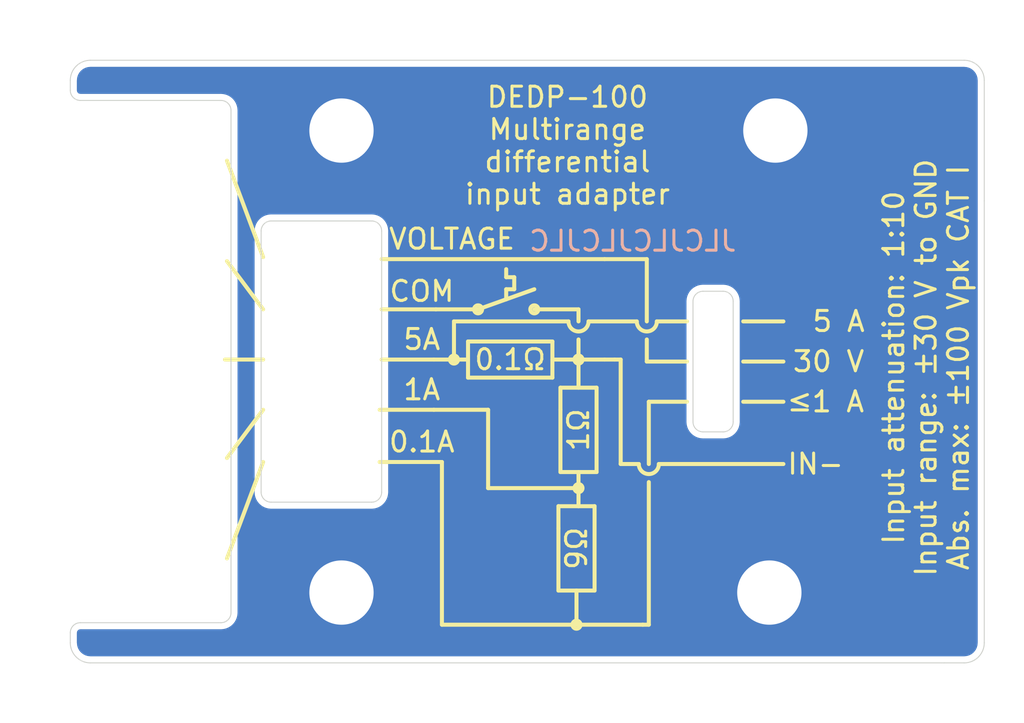
<source format=kicad_pcb>
(kicad_pcb (version 20171130) (host pcbnew 5.1.9-73d0e3b20d~88~ubuntu20.04.1)

  (general
    (thickness 1)
    (drawings 130)
    (tracks 0)
    (zones 0)
    (modules 4)
    (nets 2)
  )

  (page A4)
  (layers
    (0 F.Cu signal)
    (31 B.Cu signal)
    (32 B.Adhes user)
    (33 F.Adhes user)
    (34 B.Paste user)
    (35 F.Paste user)
    (36 B.SilkS user)
    (37 F.SilkS user)
    (38 B.Mask user)
    (39 F.Mask user)
    (40 Dwgs.User user)
    (41 Cmts.User user)
    (42 Eco1.User user)
    (43 Eco2.User user)
    (44 Edge.Cuts user)
    (45 Margin user)
    (46 B.CrtYd user)
    (47 F.CrtYd user)
    (48 B.Fab user)
    (49 F.Fab user)
  )

  (setup
    (last_trace_width 0.25)
    (user_trace_width 0.3)
    (user_trace_width 0.4)
    (user_trace_width 0.5)
    (user_trace_width 1)
    (user_trace_width 2)
    (user_trace_width 3)
    (user_trace_width 4)
    (user_trace_width 5)
    (trace_clearance 0.2)
    (zone_clearance 0.3)
    (zone_45_only no)
    (trace_min 0.2)
    (via_size 0.8)
    (via_drill 0.4)
    (via_min_size 0.4)
    (via_min_drill 0.3)
    (uvia_size 0.3)
    (uvia_drill 0.1)
    (uvias_allowed no)
    (uvia_min_size 0.2)
    (uvia_min_drill 0.1)
    (edge_width 0.05)
    (segment_width 0.2)
    (pcb_text_width 0.3)
    (pcb_text_size 1.5 1.5)
    (mod_edge_width 0.2)
    (mod_text_size 1 1)
    (mod_text_width 0.15)
    (pad_size 1.524 1.524)
    (pad_drill 0.762)
    (pad_to_mask_clearance 0)
    (aux_axis_origin 0 0)
    (visible_elements FFFFFF7F)
    (pcbplotparams
      (layerselection 0x010fc_ffffffff)
      (usegerberextensions false)
      (usegerberattributes true)
      (usegerberadvancedattributes true)
      (creategerberjobfile true)
      (excludeedgelayer true)
      (linewidth 0.100000)
      (plotframeref false)
      (viasonmask false)
      (mode 1)
      (useauxorigin false)
      (hpglpennumber 1)
      (hpglpenspeed 20)
      (hpglpendiameter 15.000000)
      (psnegative false)
      (psa4output false)
      (plotreference true)
      (plotvalue true)
      (plotinvisibletext false)
      (padsonsilk false)
      (subtractmaskfromsilk false)
      (outputformat 1)
      (mirror false)
      (drillshape 1)
      (scaleselection 1)
      (outputdirectory ""))
  )

  (net 0 "")
  (net 1 GND)

  (net_class Default "This is the default net class."
    (clearance 0.2)
    (trace_width 0.25)
    (via_dia 0.8)
    (via_drill 0.4)
    (uvia_dia 0.3)
    (uvia_drill 0.1)
    (add_net GND)
  )

  (module MountingHole:MountingHole_3.2mm_M3_ISO14580_Pad (layer F.Cu) (tedit 56D1B4CB) (tstamp 611CAA3E)
    (at 107.3 114.5)
    (descr "Mounting Hole 3.2mm, M3, ISO14580")
    (tags "mounting hole 3.2mm m3 iso14580")
    (path /61277A49)
    (attr virtual)
    (fp_text reference H4 (at 0 -3.75) (layer F.SilkS) hide
      (effects (font (size 0.8 0.8) (thickness 0.15)))
    )
    (fp_text value M3 (at 0 3.75) (layer F.Fab)
      (effects (font (size 1 1) (thickness 0.15)))
    )
    (fp_circle (center 0 0) (end 3 0) (layer F.CrtYd) (width 0.05))
    (fp_circle (center 0 0) (end 2.75 0) (layer Cmts.User) (width 0.15))
    (fp_text user %R (at 0.3 0) (layer F.Fab)
      (effects (font (size 0.8 0.8) (thickness 0.15)))
    )
    (pad 1 thru_hole circle (at 0 0) (size 5.5 5.5) (drill 3.2) (layers *.Cu *.Mask)
      (net 1 GND))
  )

  (module MountingHole:MountingHole_3.2mm_M3_ISO14580_Pad (layer F.Cu) (tedit 56D1B4CB) (tstamp 611CAA36)
    (at 107.6 91.5)
    (descr "Mounting Hole 3.2mm, M3, ISO14580")
    (tags "mounting hole 3.2mm m3 iso14580")
    (path /61277765)
    (attr virtual)
    (fp_text reference H3 (at 0 -3.75) (layer F.SilkS) hide
      (effects (font (size 0.8 0.8) (thickness 0.15)))
    )
    (fp_text value M3 (at 0 3.75) (layer F.Fab)
      (effects (font (size 1 1) (thickness 0.15)))
    )
    (fp_circle (center 0 0) (end 3 0) (layer F.CrtYd) (width 0.05))
    (fp_circle (center 0 0) (end 2.75 0) (layer Cmts.User) (width 0.15))
    (fp_text user %R (at 0.3 0) (layer F.Fab)
      (effects (font (size 0.8 0.8) (thickness 0.15)))
    )
    (pad 1 thru_hole circle (at 0 0) (size 5.5 5.5) (drill 3.2) (layers *.Cu *.Mask)
      (net 1 GND))
  )

  (module MountingHole:MountingHole_3.2mm_M3_ISO14580_Pad (layer F.Cu) (tedit 56D1B4CB) (tstamp 611CAA2E)
    (at 86 114.5)
    (descr "Mounting Hole 3.2mm, M3, ISO14580")
    (tags "mounting hole 3.2mm m3 iso14580")
    (path /6127756A)
    (attr virtual)
    (fp_text reference H2 (at 0 -3.75) (layer F.SilkS) hide
      (effects (font (size 0.8 0.8) (thickness 0.15)))
    )
    (fp_text value M3 (at 0 3.75) (layer F.Fab)
      (effects (font (size 1 1) (thickness 0.15)))
    )
    (fp_circle (center 0 0) (end 3 0) (layer F.CrtYd) (width 0.05))
    (fp_circle (center 0 0) (end 2.75 0) (layer Cmts.User) (width 0.15))
    (fp_text user %R (at 0.3 0) (layer F.Fab)
      (effects (font (size 0.8 0.8) (thickness 0.15)))
    )
    (pad 1 thru_hole circle (at 0 0) (size 5.5 5.5) (drill 3.2) (layers *.Cu *.Mask)
      (net 1 GND))
  )

  (module MountingHole:MountingHole_3.2mm_M3_ISO14580_Pad (layer F.Cu) (tedit 56D1B4CB) (tstamp 611CAA26)
    (at 86 91.5)
    (descr "Mounting Hole 3.2mm, M3, ISO14580")
    (tags "mounting hole 3.2mm m3 iso14580")
    (path /6127712C)
    (attr virtual)
    (fp_text reference H1 (at 0 -3.75) (layer F.SilkS) hide
      (effects (font (size 0.8 0.8) (thickness 0.15)))
    )
    (fp_text value M3 (at 0 3.75) (layer F.Fab)
      (effects (font (size 1 1) (thickness 0.15)))
    )
    (fp_circle (center 0 0) (end 3 0) (layer F.CrtYd) (width 0.05))
    (fp_circle (center 0 0) (end 2.75 0) (layer Cmts.User) (width 0.15))
    (fp_text user %R (at 0.3 0) (layer F.Fab)
      (effects (font (size 0.8 0.8) (thickness 0.15)))
    )
    (pad 1 thru_hole circle (at 0 0) (size 5.5 5.5) (drill 3.2) (layers *.Cu *.Mask)
      (net 1 GND))
  )

  (gr_text JLCJLCJLCJLC (at 100.5 97) (layer B.SilkS)
    (effects (font (size 1 1) (thickness 0.15)) (justify mirror))
  )
  (gr_line (start 101.3 109) (end 101.3 116.1) (layer F.SilkS) (width 0.2) (tstamp 611F9A51))
  (gr_line (start 101.3 105) (end 101.3 108.1) (layer F.SilkS) (width 0.2) (tstamp 611F9A50))
  (gr_line (start 101.2 101) (end 101.2 97.9) (layer F.SilkS) (width 0.2) (tstamp 611F9A4E))
  (gr_line (start 101.2 103) (end 101.2 101.9) (layer F.SilkS) (width 0.2))
  (gr_line (start 97.8 101.9) (end 97.8 102.9) (layer F.SilkS) (width 0.2) (tstamp 611F9A4C))
  (gr_line (start 97.8 101) (end 97.8 100.4) (layer F.SilkS) (width 0.2) (tstamp 611F9A4B))
  (gr_text IN- (at 109.6 108.1) (layer F.SilkS)
    (effects (font (size 1 1) (thickness 0.15)))
  )
  (gr_line (start 101.8 108.1) (end 108 108.1) (layer F.SilkS) (width 0.2) (tstamp 611F9A31))
  (gr_line (start 99.9 108.1) (end 100.8 108.1) (layer F.SilkS) (width 0.2) (tstamp 611F9A2B))
  (gr_line (start 99.9 102.9) (end 99.9 108.1) (layer F.SilkS) (width 0.2))
  (gr_line (start 99.6 102.9) (end 99.9 102.9) (layer F.SilkS) (width 0.2))
  (gr_arc (start 101.3 108.1) (end 100.8 108.1) (angle -180) (layer F.SilkS) (width 0.2) (tstamp 611F9A29))
  (gr_line (start 99.1 102.9) (end 99.6 102.9) (layer F.SilkS) (width 0.2))
  (gr_line (start 97.8 102.9) (end 99.1 102.9) (layer F.SilkS) (width 0.2))
  (gr_text "Input attenuation: 1:10\nInput range: ±30 V to GND\nAbs. max: ±100 Vpk CAT I" (at 115.1 103.3 90) (layer F.SilkS)
    (effects (font (size 1 1) (thickness 0.15)))
  )
  (gr_text "DEDP-100\nMultirange\ndifferential\ninput adapter" (at 97.25 92.25) (layer F.SilkS) (tstamp 611F9A76)
    (effects (font (size 1 1) (thickness 0.15)))
  )
  (gr_circle (center 97.7 116.1) (end 97.9 116.1) (layer F.SilkS) (width 0.2) (tstamp 611F9886))
  (gr_circle (center 91.6 102.9) (end 91.8 102.9) (layer F.SilkS) (width 0.2) (tstamp 611F984B))
  (gr_line (start 98.3 101) (end 100.7 101) (layer F.SilkS) (width 0.2) (tstamp 611F9849))
  (gr_line (start 91.6 101.3) (end 91.6 101) (layer F.SilkS) (width 0.2) (tstamp 611F9848))
  (gr_line (start 101.7 101) (end 103.2 101) (layer F.SilkS) (width 0.2))
  (gr_arc (start 101.2 101) (end 100.7 101) (angle -180) (layer F.SilkS) (width 0.2) (tstamp 611F97F6))
  (gr_arc (start 97.8 101) (end 97.3 101) (angle -180) (layer F.SilkS) (width 0.2))
  (gr_line (start 91.6 101) (end 97.3 101) (layer F.SilkS) (width 0.2))
  (gr_line (start 91.6 102.9) (end 91.6 101.3) (layer F.SilkS) (width 0.2))
  (gr_line (start 101.3 105) (end 103.2 105) (layer F.SilkS) (width 0.2))
  (gr_line (start 101.3 116.1) (end 101 116.1) (layer F.SilkS) (width 0.2) (tstamp 611F97F4))
  (gr_line (start 97.7 116.1) (end 101 116.1) (layer F.SilkS) (width 0.2))
  (gr_circle (center 97.8 109.3) (end 98 109.3) (layer F.SilkS) (width 0.2) (tstamp 611F97F2))
  (gr_line (start 93.3 109.3) (end 97.8 109.3) (layer F.SilkS) (width 0.2))
  (gr_line (start 93.3 105.4) (end 93.3 109.3) (layer F.SilkS) (width 0.2))
  (gr_line (start 90.6 105.4) (end 93.3 105.4) (layer F.SilkS) (width 0.2))
  (gr_line (start 91 108) (end 90.6 108) (layer F.SilkS) (width 0.2) (tstamp 611F97E7))
  (gr_line (start 91 116.1) (end 91 108) (layer F.SilkS) (width 0.2))
  (gr_line (start 97.7 116.1) (end 91 116.1) (layer F.SilkS) (width 0.2))
  (gr_line (start 101.2 103) (end 103.2 103) (layer F.SilkS) (width 0.2))
  (gr_line (start 99.1 97.9) (end 101.2 97.9) (layer F.SilkS) (width 0.2))
  (gr_line (start 88 97.9) (end 99.1 97.9) (layer F.SilkS) (width 0.2))
  (gr_line (start 90.6 108) (end 87.9 108) (layer F.SilkS) (width 0.2))
  (gr_line (start 90.6 105.4) (end 87.9 105.4) (layer F.SilkS) (width 0.2))
  (gr_line (start 90.6 102.9) (end 88 102.9) (layer F.SilkS) (width 0.2))
  (gr_line (start 90.7 100.4) (end 88 100.4) (layer F.SilkS) (width 0.2))
  (gr_text VOLTAGE (at 91.5 96.9) (layer F.SilkS)
    (effects (font (size 1 1) (thickness 0.15)))
  )
  (gr_line (start 94.2 98.8) (end 94.2 98.4) (layer F.SilkS) (width 0.2))
  (gr_line (start 94.6 98.8) (end 94.2 98.8) (layer F.SilkS) (width 0.2))
  (gr_line (start 94.6 99.4) (end 94.6 98.8) (layer F.SilkS) (width 0.2))
  (gr_line (start 94.2 99.4) (end 94.6 99.4) (layer F.SilkS) (width 0.2))
  (gr_line (start 94.2 99.9) (end 94.2 99.4) (layer F.SilkS) (width 0.2))
  (gr_circle (center 92.8 100.4) (end 93 100.4) (layer F.SilkS) (width 0.2) (tstamp 611F9676))
  (gr_circle (center 95.6 100.4) (end 95.8 100.4) (layer F.SilkS) (width 0.2) (tstamp 611F9674))
  (gr_circle (center 97.8 102.9) (end 98 102.9) (layer F.SilkS) (width 0.2))
  (gr_line (start 96.5 102.9) (end 97.8 102.9) (layer F.SilkS) (width 0.2))
  (gr_line (start 97.8 104.3) (end 97.8 103) (layer F.SilkS) (width 0.2))
  (gr_line (start 95.6 100.4) (end 97.8 100.4) (layer F.SilkS) (width 0.2))
  (gr_line (start 92.8 100.4) (end 95.6 99.4) (layer F.SilkS) (width 0.2))
  (gr_line (start 90.7 100.4) (end 92.8 100.4) (layer F.SilkS) (width 0.2))
  (gr_text COM (at 90 99.5) (layer F.SilkS)
    (effects (font (size 1 1) (thickness 0.15)))
  )
  (gr_line (start 90.6 102.9) (end 92.3 102.9) (layer F.SilkS) (width 0.2) (tstamp 611F94C3))
  (gr_line (start 95.4 102) (end 96.5 102) (layer F.SilkS) (width 0.2) (tstamp 611F94C2))
  (gr_line (start 92.3 103.8) (end 92.3 102.9) (layer F.SilkS) (width 0.2) (tstamp 611F94C1))
  (gr_line (start 96.5 102) (end 96.5 103.8) (layer F.SilkS) (width 0.2) (tstamp 611F94BF))
  (gr_line (start 96.5 103.8) (end 92.3 103.8) (layer F.SilkS) (width 0.2) (tstamp 611F94BE))
  (gr_line (start 92.3 102) (end 95.4 102) (layer F.SilkS) (width 0.2) (tstamp 611F94BD))
  (gr_line (start 92.3 102.9) (end 92.3 102) (layer F.SilkS) (width 0.2) (tstamp 611F94BC))
  (gr_text 0.1Ω (at 94.4 102.9) (layer F.SilkS) (tstamp 611F94BB)
    (effects (font (size 1 1) (thickness 0.15)))
  )
  (gr_text 5A (at 90 101.9) (layer F.SilkS) (tstamp 611F94BA)
    (effects (font (size 1 1) (thickness 0.15)))
  )
  (gr_line (start 97.8 110.2) (end 97.8 108.5) (layer F.SilkS) (width 0.2) (tstamp 611F9421))
  (gr_text 1Ω (at 97.8 106.4 90) (layer F.SilkS) (tstamp 611F9420)
    (effects (font (size 1 1) (thickness 0.15)))
  )
  (gr_line (start 98.7 104.3) (end 98.7 108.5) (layer F.SilkS) (width 0.2) (tstamp 611F941F))
  (gr_text 1A (at 90 104.4) (layer F.SilkS) (tstamp 611F941E)
    (effects (font (size 1 1) (thickness 0.15)))
  )
  (gr_line (start 96.9 105.4) (end 96.9 104.3) (layer F.SilkS) (width 0.2) (tstamp 611F941D))
  (gr_line (start 97.8 108.5) (end 96.9 108.5) (layer F.SilkS) (width 0.2) (tstamp 611F941C))
  (gr_line (start 96.9 104.3) (end 98.7 104.3) (layer F.SilkS) (width 0.2) (tstamp 611F941B))
  (gr_line (start 96.9 108.5) (end 96.9 105.4) (layer F.SilkS) (width 0.2) (tstamp 611F941A))
  (gr_line (start 98.7 108.5) (end 97.8 108.5) (layer F.SilkS) (width 0.2) (tstamp 611F9419))
  (gr_text 0.1A (at 90 107) (layer F.SilkS)
    (effects (font (size 1 1) (thickness 0.15)))
  )
  (gr_line (start 98.6 114.4) (end 97.7 114.4) (layer F.SilkS) (width 0.2) (tstamp 611F93B8))
  (gr_line (start 98.6 110.2) (end 98.6 114.4) (layer F.SilkS) (width 0.2) (tstamp 611F9798))
  (gr_line (start 96.8 110.2) (end 98.6 110.2) (layer F.SilkS) (width 0.2))
  (gr_line (start 96.8 111.3) (end 96.8 110.2) (layer F.SilkS) (width 0.2))
  (gr_text 9Ω (at 97.7 112.3 90) (layer F.SilkS)
    (effects (font (size 1 1) (thickness 0.15)))
  )
  (gr_line (start 96.8 114.4) (end 96.8 111.3) (layer F.SilkS) (width 0.2))
  (gr_line (start 97.7 114.4) (end 96.8 114.4) (layer F.SilkS) (width 0.2))
  (gr_line (start 97.7 116.1) (end 97.7 114.4) (layer F.SilkS) (width 0.2))
  (gr_line (start 80.3 98) (end 82.1 100.4) (layer F.SilkS) (width 0.2) (tstamp 611F92CF))
  (gr_line (start 80.3 93) (end 82.1 97.8) (layer F.SilkS) (width 0.2) (tstamp 611F92CE))
  (gr_line (start 80.3 107.8) (end 82.1 105.4) (layer F.SilkS) (width 0.2) (tstamp 611F91B6))
  (gr_line (start 80.3 112.8) (end 82.1 108) (layer F.SilkS) (width 0.2) (tstamp 611F8F81))
  (gr_line (start 82.1 102.9) (end 80.2 102.9) (layer F.SilkS) (width 0.2))
  (gr_line (start 108 105) (end 106 105) (layer F.SilkS) (width 0.2))
  (gr_line (start 108 103) (end 106 103) (layer F.SilkS) (width 0.2))
  (gr_line (start 108 101) (end 106 101) (layer F.SilkS) (width 0.2))
  (gr_text "≤1 A" (at 110.1 105) (layer F.SilkS)
    (effects (font (size 1 1) (thickness 0.15)))
  )
  (gr_text "30 V" (at 110.25 103) (layer F.SilkS) (tstamp 611F8816)
    (effects (font (size 1 1) (thickness 0.15)))
  )
  (gr_text "5 A" (at 110.75 101) (layer F.SilkS)
    (effects (font (size 1 1) (thickness 0.15)))
  )
  (gr_arc (start 105 106) (end 105 106.5) (angle -90) (layer Edge.Cuts) (width 0.05))
  (gr_arc (start 104 106) (end 103.5 106) (angle -90) (layer Edge.Cuts) (width 0.05))
  (gr_arc (start 105 100) (end 105.5 100) (angle -90) (layer Edge.Cuts) (width 0.05))
  (gr_arc (start 104 100) (end 104 99.5) (angle -90) (layer Edge.Cuts) (width 0.05))
  (gr_arc (start 87.5 109.5) (end 87.5 110) (angle -90) (layer Edge.Cuts) (width 0.05))
  (gr_arc (start 82.5 109.5) (end 82 109.5) (angle -90) (layer Edge.Cuts) (width 0.05))
  (gr_arc (start 82.5 96.5) (end 82.5 96) (angle -90) (layer Edge.Cuts) (width 0.05))
  (gr_arc (start 87.5 96.5) (end 88 96.5) (angle -90) (layer Edge.Cuts) (width 0.05))
  (gr_arc (start 80 90.5) (end 80.5 90.5) (angle -90) (layer Edge.Cuts) (width 0.05))
  (gr_arc (start 80 115.5) (end 80 116) (angle -90) (layer Edge.Cuts) (width 0.05))
  (gr_line (start 103.5 100) (end 103.5 106) (layer Edge.Cuts) (width 0.05) (tstamp 611F7FFD))
  (gr_line (start 105 99.5) (end 104 99.5) (layer Edge.Cuts) (width 0.05))
  (gr_line (start 105.5 106) (end 105.5 100) (layer Edge.Cuts) (width 0.05))
  (gr_line (start 104 106.5) (end 105 106.5) (layer Edge.Cuts) (width 0.05))
  (gr_line (start 72.5 89) (end 72.5 89.5) (layer Edge.Cuts) (width 0.05) (tstamp 611F7FFC))
  (gr_line (start 72.5 117) (end 72.5 116.5) (layer Edge.Cuts) (width 0.05) (tstamp 611F7FFB))
  (gr_arc (start 73 116.5) (end 73 116) (angle -90) (layer Edge.Cuts) (width 0.05))
  (gr_arc (start 73 89.5) (end 72.5 89.5) (angle -90) (layer Edge.Cuts) (width 0.05))
  (gr_line (start 80 90) (end 73 90) (layer Edge.Cuts) (width 0.05))
  (gr_line (start 80.5 115.5) (end 80.5 90.5) (layer Edge.Cuts) (width 0.05))
  (gr_line (start 73 116) (end 80 116) (layer Edge.Cuts) (width 0.05))
  (gr_line (start 87.5 110) (end 82.5 110) (layer Edge.Cuts) (width 0.05) (tstamp 611F7FD4))
  (gr_line (start 88 96.5) (end 88 109.5) (layer Edge.Cuts) (width 0.05))
  (gr_line (start 82.5 96) (end 87.5 96) (layer Edge.Cuts) (width 0.05))
  (gr_line (start 82 109.5) (end 82 96.5) (layer Edge.Cuts) (width 0.05))
  (gr_line (start 116 118) (end 117 118) (layer Edge.Cuts) (width 0.05) (tstamp 611CB46B))
  (gr_line (start 118 95) (end 118 117) (layer Edge.Cuts) (width 0.05) (tstamp 611CB44E))
  (gr_line (start 118 89) (end 118 95) (layer Edge.Cuts) (width 0.05))
  (gr_arc (start 117 89) (end 118 89) (angle -90) (layer Edge.Cuts) (width 0.05))
  (gr_arc (start 117 117) (end 117 118) (angle -90) (layer Edge.Cuts) (width 0.05))
  (gr_arc (start 73.5 117) (end 72.5 117) (angle -90) (layer Edge.Cuts) (width 0.05))
  (gr_arc (start 73.5 89) (end 73.5 88) (angle -90) (layer Edge.Cuts) (width 0.05))
  (gr_line (start 73.5 88) (end 117 88) (layer Edge.Cuts) (width 0.05))
  (gr_line (start 73.5 118) (end 116 118) (layer Edge.Cuts) (width 0.05))

  (zone (net 1) (net_name GND) (layer B.Cu) (tstamp 0) (hatch edge 0.508)
    (connect_pads yes (clearance 0.3))
    (min_thickness 0.254)
    (fill yes (arc_segments 32) (thermal_gap 0.508) (thermal_bridge_width 0.508))
    (polygon
      (pts
        (xy 120 121) (xy 69 121) (xy 69 85) (xy 120 85)
      )
    )
    (filled_polygon
      (pts
        (xy 117.106022 88.464563) (xy 117.207999 88.495353) (xy 117.302061 88.545366) (xy 117.384613 88.612694) (xy 117.452515 88.694774)
        (xy 117.503182 88.788481) (xy 117.534684 88.890245) (xy 117.548 89.016939) (xy 117.548001 94.977786) (xy 117.548 94.977796)
        (xy 117.548001 116.977881) (xy 117.535436 117.106023) (xy 117.504648 117.207999) (xy 117.454634 117.302061) (xy 117.387307 117.384612)
        (xy 117.305227 117.452515) (xy 117.21152 117.503182) (xy 117.109755 117.534684) (xy 116.983062 117.548) (xy 73.522109 117.548)
        (xy 73.393977 117.535436) (xy 73.292001 117.504648) (xy 73.197939 117.454634) (xy 73.115388 117.387307) (xy 73.047485 117.305227)
        (xy 72.996818 117.21152) (xy 72.965316 117.109755) (xy 72.952 116.983062) (xy 72.952 116.522106) (xy 72.95504 116.491098)
        (xy 72.957626 116.482532) (xy 72.961823 116.47464) (xy 72.96748 116.467704) (xy 72.974373 116.462002) (xy 72.982239 116.457749)
        (xy 72.990784 116.455103) (xy 73.020312 116.452) (xy 80.022205 116.452) (xy 80.041427 116.450107) (xy 80.044456 116.450128)
        (xy 80.050737 116.449512) (xy 80.147786 116.439312) (xy 80.187917 116.431074) (xy 80.228157 116.423398) (xy 80.234199 116.421574)
        (xy 80.327418 116.392718) (xy 80.365211 116.376831) (xy 80.40317 116.361495) (xy 80.408732 116.358538) (xy 80.40874 116.358534)
        (xy 80.408747 116.358529) (xy 80.49458 116.312119) (xy 80.528526 116.289222) (xy 80.562822 116.266779) (xy 80.567707 116.262794)
        (xy 80.567713 116.26279) (xy 80.567718 116.262785) (xy 80.642901 116.200589) (xy 80.671781 116.171507) (xy 80.701035 116.14286)
        (xy 80.705058 116.137997) (xy 80.705061 116.137994) (xy 80.705063 116.13799) (xy 80.766734 116.062376) (xy 80.789412 116.028243)
        (xy 80.812553 115.994447) (xy 80.815545 115.988911) (xy 80.815552 115.988901) (xy 80.815556 115.988891) (xy 80.861366 115.902734)
        (xy 80.876962 115.864896) (xy 80.893115 115.827208) (xy 80.894981 115.821179) (xy 80.923186 115.727761) (xy 80.931148 115.687552)
        (xy 80.939661 115.647499) (xy 80.940321 115.641223) (xy 80.949843 115.544105) (xy 80.952 115.522205) (xy 80.952 109.522204)
        (xy 81.548 109.522204) (xy 81.549893 109.541426) (xy 81.549872 109.544456) (xy 81.550488 109.550737) (xy 81.560688 109.647786)
        (xy 81.568926 109.687917) (xy 81.576602 109.728157) (xy 81.578426 109.734199) (xy 81.607282 109.827418) (xy 81.623169 109.865211)
        (xy 81.638505 109.90317) (xy 81.641462 109.908732) (xy 81.641466 109.90874) (xy 81.641471 109.908747) (xy 81.687881 109.99458)
        (xy 81.710778 110.028526) (xy 81.733221 110.062822) (xy 81.737206 110.067707) (xy 81.73721 110.067713) (xy 81.737215 110.067718)
        (xy 81.799411 110.142901) (xy 81.828493 110.171781) (xy 81.85714 110.201035) (xy 81.862003 110.205058) (xy 81.862006 110.205061)
        (xy 81.86201 110.205063) (xy 81.937624 110.266734) (xy 81.971757 110.289412) (xy 82.005553 110.312553) (xy 82.011089 110.315545)
        (xy 82.011099 110.315552) (xy 82.011109 110.315556) (xy 82.097266 110.361366) (xy 82.135104 110.376962) (xy 82.172792 110.393115)
        (xy 82.178821 110.394981) (xy 82.272239 110.423186) (xy 82.312448 110.431148) (xy 82.352501 110.439661) (xy 82.358771 110.44032)
        (xy 82.358774 110.440321) (xy 82.358777 110.440321) (xy 82.455895 110.449843) (xy 82.477795 110.452) (xy 87.522205 110.452)
        (xy 87.541427 110.450107) (xy 87.544456 110.450128) (xy 87.550737 110.449512) (xy 87.647786 110.439312) (xy 87.687917 110.431074)
        (xy 87.728157 110.423398) (xy 87.734199 110.421574) (xy 87.827418 110.392718) (xy 87.865211 110.376831) (xy 87.90317 110.361495)
        (xy 87.908732 110.358538) (xy 87.90874 110.358534) (xy 87.908747 110.358529) (xy 87.99458 110.312119) (xy 88.028526 110.289222)
        (xy 88.062822 110.266779) (xy 88.067707 110.262794) (xy 88.067713 110.26279) (xy 88.067718 110.262785) (xy 88.142901 110.200589)
        (xy 88.171781 110.171507) (xy 88.201035 110.14286) (xy 88.205058 110.137997) (xy 88.205061 110.137994) (xy 88.205063 110.13799)
        (xy 88.266734 110.062376) (xy 88.289412 110.028243) (xy 88.312553 109.994447) (xy 88.315545 109.988911) (xy 88.315552 109.988901)
        (xy 88.315556 109.988891) (xy 88.361366 109.902734) (xy 88.376962 109.864896) (xy 88.393115 109.827208) (xy 88.394981 109.821179)
        (xy 88.423186 109.727761) (xy 88.431148 109.687552) (xy 88.439661 109.647499) (xy 88.440321 109.641223) (xy 88.449843 109.544105)
        (xy 88.452 109.522205) (xy 88.452 99.977796) (xy 103.048 99.977796) (xy 103.048001 106.022205) (xy 103.049893 106.041417)
        (xy 103.049872 106.044456) (xy 103.050488 106.050737) (xy 103.060688 106.147786) (xy 103.068926 106.187917) (xy 103.076602 106.228157)
        (xy 103.078426 106.234199) (xy 103.107282 106.327418) (xy 103.123169 106.365211) (xy 103.138505 106.40317) (xy 103.141462 106.408732)
        (xy 103.141466 106.40874) (xy 103.141471 106.408747) (xy 103.187881 106.49458) (xy 103.210778 106.528526) (xy 103.233221 106.562822)
        (xy 103.237206 106.567707) (xy 103.23721 106.567713) (xy 103.237215 106.567718) (xy 103.299411 106.642901) (xy 103.328493 106.671781)
        (xy 103.35714 106.701035) (xy 103.362003 106.705058) (xy 103.362006 106.705061) (xy 103.36201 106.705063) (xy 103.437624 106.766734)
        (xy 103.471757 106.789412) (xy 103.505553 106.812553) (xy 103.511089 106.815545) (xy 103.511099 106.815552) (xy 103.511109 106.815556)
        (xy 103.597266 106.861366) (xy 103.635104 106.876962) (xy 103.672792 106.893115) (xy 103.678821 106.894981) (xy 103.772239 106.923186)
        (xy 103.812448 106.931148) (xy 103.852501 106.939661) (xy 103.858771 106.94032) (xy 103.858774 106.940321) (xy 103.858777 106.940321)
        (xy 103.955895 106.949843) (xy 103.977795 106.952) (xy 105.022205 106.952) (xy 105.041427 106.950107) (xy 105.044456 106.950128)
        (xy 105.050737 106.949512) (xy 105.147786 106.939312) (xy 105.187917 106.931074) (xy 105.228157 106.923398) (xy 105.234199 106.921574)
        (xy 105.327418 106.892718) (xy 105.365211 106.876831) (xy 105.40317 106.861495) (xy 105.408732 106.858538) (xy 105.40874 106.858534)
        (xy 105.408747 106.858529) (xy 105.49458 106.812119) (xy 105.528526 106.789222) (xy 105.562822 106.766779) (xy 105.567707 106.762794)
        (xy 105.567713 106.76279) (xy 105.567718 106.762785) (xy 105.642901 106.700589) (xy 105.671781 106.671507) (xy 105.701035 106.64286)
        (xy 105.705058 106.637997) (xy 105.705061 106.637994) (xy 105.705063 106.63799) (xy 105.766734 106.562376) (xy 105.789412 106.528243)
        (xy 105.812553 106.494447) (xy 105.815545 106.488911) (xy 105.815552 106.488901) (xy 105.815556 106.488891) (xy 105.861366 106.402734)
        (xy 105.876962 106.364896) (xy 105.893115 106.327208) (xy 105.894981 106.321179) (xy 105.923186 106.227761) (xy 105.931148 106.187552)
        (xy 105.939661 106.147499) (xy 105.940321 106.141223) (xy 105.949843 106.044105) (xy 105.952 106.022205) (xy 105.952 99.977795)
        (xy 105.950107 99.958573) (xy 105.950128 99.955544) (xy 105.949512 99.949263) (xy 105.939312 99.852215) (xy 105.931077 99.812097)
        (xy 105.923398 99.771843) (xy 105.921574 99.765801) (xy 105.892718 99.672582) (xy 105.876831 99.634789) (xy 105.861495 99.59683)
        (xy 105.858532 99.591257) (xy 105.812119 99.50542) (xy 105.789212 99.471458) (xy 105.766779 99.437178) (xy 105.762798 99.432298)
        (xy 105.76279 99.432286) (xy 105.762781 99.432277) (xy 105.700588 99.357099) (xy 105.671526 99.328238) (xy 105.64286 99.298965)
        (xy 105.637997 99.294942) (xy 105.637994 99.294939) (xy 105.63799 99.294937) (xy 105.562376 99.233266) (xy 105.52824 99.210586)
        (xy 105.494446 99.187447) (xy 105.488895 99.184445) (xy 105.402734 99.138634) (xy 105.364896 99.123038) (xy 105.327208 99.106885)
        (xy 105.321179 99.105019) (xy 105.227761 99.076814) (xy 105.187566 99.068855) (xy 105.1475 99.060339) (xy 105.141229 99.05968)
        (xy 105.141226 99.059679) (xy 105.141223 99.059679) (xy 105.044106 99.050157) (xy 105.044105 99.050157) (xy 105.022205 99.048)
        (xy 103.977795 99.048) (xy 103.958573 99.049893) (xy 103.955544 99.049872) (xy 103.949263 99.050488) (xy 103.852215 99.060688)
        (xy 103.812097 99.068923) (xy 103.771843 99.076602) (xy 103.765801 99.078426) (xy 103.672582 99.107282) (xy 103.634789 99.123169)
        (xy 103.59683 99.138505) (xy 103.591264 99.141464) (xy 103.59126 99.141466) (xy 103.591257 99.141468) (xy 103.50542 99.187881)
        (xy 103.471458 99.210788) (xy 103.437178 99.233221) (xy 103.432298 99.237202) (xy 103.432286 99.23721) (xy 103.432277 99.237219)
        (xy 103.357099 99.299412) (xy 103.328238 99.328474) (xy 103.298965 99.35714) (xy 103.294942 99.362003) (xy 103.294939 99.362006)
        (xy 103.294937 99.362009) (xy 103.233266 99.437624) (xy 103.210586 99.47176) (xy 103.187447 99.505554) (xy 103.184445 99.511105)
        (xy 103.138634 99.597266) (xy 103.123038 99.635104) (xy 103.106885 99.672792) (xy 103.105019 99.678821) (xy 103.076814 99.772239)
        (xy 103.068855 99.812434) (xy 103.060339 99.8525) (xy 103.059679 99.858777) (xy 103.050157 99.955894) (xy 103.048 99.977796)
        (xy 88.452 99.977796) (xy 88.452 96.477795) (xy 88.450107 96.458573) (xy 88.450128 96.455544) (xy 88.449512 96.449263)
        (xy 88.439312 96.352215) (xy 88.431077 96.312097) (xy 88.423398 96.271843) (xy 88.421574 96.265801) (xy 88.392718 96.172582)
        (xy 88.376831 96.134789) (xy 88.361495 96.09683) (xy 88.358532 96.091257) (xy 88.312119 96.00542) (xy 88.289212 95.971458)
        (xy 88.266779 95.937178) (xy 88.262798 95.932298) (xy 88.26279 95.932286) (xy 88.262781 95.932277) (xy 88.200588 95.857099)
        (xy 88.171526 95.828238) (xy 88.14286 95.798965) (xy 88.137997 95.794942) (xy 88.137994 95.794939) (xy 88.13799 95.794937)
        (xy 88.062376 95.733266) (xy 88.02824 95.710586) (xy 87.994446 95.687447) (xy 87.988895 95.684445) (xy 87.902734 95.638634)
        (xy 87.864896 95.623038) (xy 87.827208 95.606885) (xy 87.821179 95.605019) (xy 87.727761 95.576814) (xy 87.687566 95.568855)
        (xy 87.6475 95.560339) (xy 87.641229 95.55968) (xy 87.641226 95.559679) (xy 87.641223 95.559679) (xy 87.544106 95.550157)
        (xy 87.544105 95.550157) (xy 87.522205 95.548) (xy 82.477795 95.548) (xy 82.458573 95.549893) (xy 82.455544 95.549872)
        (xy 82.449263 95.550488) (xy 82.352215 95.560688) (xy 82.312097 95.568923) (xy 82.271843 95.576602) (xy 82.265801 95.578426)
        (xy 82.172582 95.607282) (xy 82.134789 95.623169) (xy 82.09683 95.638505) (xy 82.091264 95.641464) (xy 82.09126 95.641466)
        (xy 82.091257 95.641468) (xy 82.00542 95.687881) (xy 81.971458 95.710788) (xy 81.937178 95.733221) (xy 81.932298 95.737202)
        (xy 81.932286 95.73721) (xy 81.932277 95.737219) (xy 81.857099 95.799412) (xy 81.828238 95.828474) (xy 81.798965 95.85714)
        (xy 81.794942 95.862003) (xy 81.794939 95.862006) (xy 81.794937 95.862009) (xy 81.733266 95.937624) (xy 81.710586 95.97176)
        (xy 81.687447 96.005554) (xy 81.684445 96.011105) (xy 81.638634 96.097266) (xy 81.623038 96.135104) (xy 81.606885 96.172792)
        (xy 81.605019 96.178821) (xy 81.576814 96.272239) (xy 81.568855 96.312434) (xy 81.560339 96.3525) (xy 81.559679 96.358777)
        (xy 81.550157 96.455894) (xy 81.550157 96.455905) (xy 81.548001 96.477795) (xy 81.548 109.522204) (xy 80.952 109.522204)
        (xy 80.952 90.477795) (xy 80.950107 90.458573) (xy 80.950128 90.455544) (xy 80.949512 90.449263) (xy 80.939312 90.352215)
        (xy 80.931077 90.312097) (xy 80.923398 90.271843) (xy 80.921574 90.265801) (xy 80.892718 90.172582) (xy 80.876831 90.134789)
        (xy 80.861495 90.09683) (xy 80.858532 90.091257) (xy 80.812119 90.00542) (xy 80.789212 89.971458) (xy 80.766779 89.937178)
        (xy 80.762798 89.932298) (xy 80.76279 89.932286) (xy 80.762781 89.932277) (xy 80.700588 89.857099) (xy 80.671526 89.828238)
        (xy 80.64286 89.798965) (xy 80.637997 89.794942) (xy 80.637994 89.794939) (xy 80.63799 89.794937) (xy 80.562376 89.733266)
        (xy 80.52824 89.710586) (xy 80.494446 89.687447) (xy 80.488895 89.684445) (xy 80.402734 89.638634) (xy 80.364896 89.623038)
        (xy 80.327208 89.606885) (xy 80.321179 89.605019) (xy 80.227761 89.576814) (xy 80.187566 89.568855) (xy 80.1475 89.560339)
        (xy 80.141229 89.55968) (xy 80.141226 89.559679) (xy 80.141223 89.559679) (xy 80.044106 89.550157) (xy 80.044105 89.550157)
        (xy 80.022205 89.548) (xy 73.022106 89.548) (xy 72.991098 89.54496) (xy 72.982535 89.542374) (xy 72.974638 89.538176)
        (xy 72.967703 89.532519) (xy 72.962004 89.52563) (xy 72.957748 89.51776) (xy 72.955103 89.509216) (xy 72.952 89.479689)
        (xy 72.952 89.022109) (xy 72.964563 88.893978) (xy 72.995353 88.792001) (xy 73.045366 88.697939) (xy 73.112694 88.615387)
        (xy 73.194774 88.547485) (xy 73.288481 88.496818) (xy 73.390245 88.465316) (xy 73.516938 88.452) (xy 116.977891 88.452)
      )
    )
  )
)

</source>
